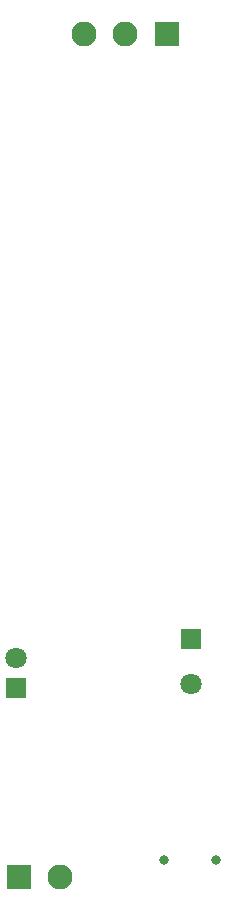
<source format=gbs>
G04*
G04 #@! TF.GenerationSoftware,Altium Limited,Altium Designer,19.0.9 (268)*
G04*
G04 Layer_Color=16711935*
%FSLAX25Y25*%
%MOIN*%
G70*
G01*
G75*
%ADD31C,0.08284*%
%ADD32R,0.08284X0.08284*%
%ADD33C,0.03162*%
%ADD34C,0.07099*%
%ADD35R,0.07099X0.07099*%
D31*
X43307Y300590D02*
D03*
X57087D02*
D03*
X35433Y19685D02*
D03*
D32*
X70866Y300590D02*
D03*
X21654Y19685D02*
D03*
D33*
X87402Y25197D02*
D03*
X70079D02*
D03*
D34*
X79134Y84035D02*
D03*
X20669Y92598D02*
D03*
D35*
X79134Y99036D02*
D03*
X20669Y82598D02*
D03*
M02*

</source>
